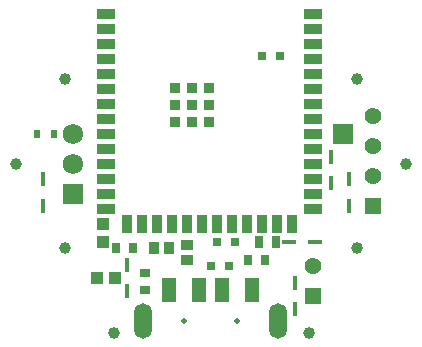
<source format=gbr>
%TF.GenerationSoftware,Altium Limited,Altium Designer,25.8.1 (18)*%
G04 Layer_Color=255*
%FSLAX45Y45*%
%MOMM*%
%TF.SameCoordinates,DBAD572D-54B9-4E5B-BD18-095DBB1A99D2*%
%TF.FilePolarity,Positive*%
%TF.FileFunction,Pads,Top*%
%TF.Part,Single*%
G01*
G75*
%TA.AperFunction,SMDPad,CuDef*%
%ADD10R,0.45720X1.16840*%
%TA.AperFunction,ConnectorPad*%
%ADD11R,1.50000X0.90000*%
%TA.AperFunction,SMDPad,CuDef*%
%ADD12R,0.80000X0.80000*%
%TA.AperFunction,BGAPad,CuDef*%
%ADD13R,0.90000X0.90000*%
%TA.AperFunction,SMDPad,CuDef*%
%ADD14R,1.16840X0.45720*%
%ADD15R,0.65000X0.90000*%
%ADD16R,0.98000X0.88000*%
%TA.AperFunction,ConnectorPad*%
%ADD17R,1.20000X2.00000*%
%TA.AperFunction,SMDPad,CuDef*%
%ADD18R,0.94000X0.73000*%
%ADD19R,0.73000X0.94000*%
%ADD20R,0.60000X0.80000*%
%TA.AperFunction,ConnectorPad*%
%ADD21R,0.90000X1.50000*%
%TA.AperFunction,SMDPad,CuDef*%
%ADD22R,1.05000X1.00000*%
G04:AMPARAMS|DCode=23|XSize=1mm|YSize=1mm|CornerRadius=0.5mm|HoleSize=0mm|Usage=FLASHONLY|Rotation=0.000|XOffset=0mm|YOffset=0mm|HoleType=Round|Shape=RoundedRectangle|*
%AMROUNDEDRECTD23*
21,1,1.00000,0.00000,0,0,0.0*
21,1,0.00000,1.00000,0,0,0.0*
1,1,1.00000,0.00000,0.00000*
1,1,1.00000,0.00000,0.00000*
1,1,1.00000,0.00000,0.00000*
1,1,1.00000,0.00000,0.00000*
%
%ADD23ROUNDEDRECTD23*%
G04:AMPARAMS|DCode=24|XSize=1mm|YSize=1mm|CornerRadius=0.5mm|HoleSize=0mm|Usage=FLASHONLY|Rotation=300.000|XOffset=0mm|YOffset=0mm|HoleType=Round|Shape=RoundedRectangle|*
%AMROUNDEDRECTD24*
21,1,1.00000,0.00000,0,0,300.0*
21,1,0.00000,1.00000,0,0,300.0*
1,1,1.00000,0.00000,0.00000*
1,1,1.00000,0.00000,0.00000*
1,1,1.00000,0.00000,0.00000*
1,1,1.00000,0.00000,0.00000*
%
%ADD24ROUNDEDRECTD24*%
%ADD25R,0.88000X0.98000*%
G04:AMPARAMS|DCode=26|XSize=1mm|YSize=1mm|CornerRadius=0.5mm|HoleSize=0mm|Usage=FLASHONLY|Rotation=240.000|XOffset=0mm|YOffset=0mm|HoleType=Round|Shape=RoundedRectangle|*
%AMROUNDEDRECTD26*
21,1,1.00000,0.00000,0,0,240.0*
21,1,0.00000,1.00000,0,0,240.0*
1,1,1.00000,0.00000,0.00000*
1,1,1.00000,0.00000,0.00000*
1,1,1.00000,0.00000,0.00000*
1,1,1.00000,0.00000,0.00000*
%
%ADD26ROUNDEDRECTD26*%
%ADD27R,1.00000X1.05000*%
%ADD28R,0.78000X0.98000*%
%TA.AperFunction,ComponentPad*%
%ADD30O,1.50000X3.00000*%
%ADD31C,1.42500*%
%ADD32R,1.42500X1.42500*%
%ADD33R,1.42500X1.42500*%
%ADD34C,0.50000*%
%ADD35R,1.72500X1.72500*%
%ADD36C,1.72500*%
%ADD37R,1.72500X1.72500*%
D10*
X711198Y-1005842D02*
D03*
Y-1229362D02*
D03*
X1015995Y60955D02*
D03*
Y-162565D02*
D03*
X-711204Y-853443D02*
D03*
Y-1076963D02*
D03*
X1168398Y-132082D02*
D03*
X-1422402D02*
D03*
Y-355602D02*
D03*
X1168398D02*
D03*
D11*
X863598Y507998D02*
D03*
Y1269998D02*
D03*
Y-381002D02*
D03*
X-886401Y1269998D02*
D03*
Y1142998D02*
D03*
Y1015998D02*
D03*
Y888998D02*
D03*
Y761998D02*
D03*
Y634998D02*
D03*
Y507998D02*
D03*
Y380998D02*
D03*
Y253998D02*
D03*
Y126998D02*
D03*
Y-2D02*
D03*
Y-127002D02*
D03*
Y-254002D02*
D03*
Y-381002D02*
D03*
X863598Y-254002D02*
D03*
Y-127002D02*
D03*
Y-2D02*
D03*
Y126998D02*
D03*
Y253998D02*
D03*
Y380998D02*
D03*
Y634998D02*
D03*
Y761998D02*
D03*
Y888998D02*
D03*
Y1015998D02*
D03*
Y1142998D02*
D03*
D12*
X432997Y914398D02*
D03*
X152398Y-863602D02*
D03*
X2396D02*
D03*
X200800Y-660402D02*
D03*
X50798D02*
D03*
X582999Y914398D02*
D03*
D13*
X-21399Y638001D02*
D03*
X-161398Y498001D02*
D03*
Y638001D02*
D03*
X-21399Y498001D02*
D03*
Y358001D02*
D03*
X-161398D02*
D03*
X-301398Y638001D02*
D03*
Y358001D02*
D03*
Y498001D02*
D03*
D14*
X660400Y-660400D02*
D03*
X883920D02*
D03*
D15*
X312195Y-812802D02*
D03*
X457198D02*
D03*
D16*
X-203202D02*
D03*
Y-686797D02*
D03*
D17*
X344402Y-1066802D02*
D03*
X-355602D02*
D03*
X-105600D02*
D03*
X94400D02*
D03*
D18*
X-558802Y-924805D02*
D03*
Y-1066802D02*
D03*
D19*
X-660402Y-711202D02*
D03*
X-802398D02*
D03*
D20*
X-1473202Y253998D02*
D03*
X-1333197D02*
D03*
D21*
X-709901Y-506000D02*
D03*
X-582901D02*
D03*
X-455901D02*
D03*
X-328901D02*
D03*
X-201901D02*
D03*
X-74901D02*
D03*
X52099D02*
D03*
X179099D02*
D03*
X306099D02*
D03*
X433099D02*
D03*
X560099D02*
D03*
X687099D02*
D03*
D22*
X-965202Y-965202D02*
D03*
X-815200D02*
D03*
D23*
X1651989Y-2D02*
D03*
X-1651992D02*
D03*
X-1239014Y-715012D02*
D03*
X1239010Y715008D02*
D03*
D24*
X826006Y-1431012D02*
D03*
X-1239014Y714008D02*
D03*
X1239010Y-716012D02*
D03*
D25*
X-481606Y-711202D02*
D03*
X-355602D02*
D03*
D26*
X-826010Y-1431012D02*
D03*
D27*
X-914402Y-508002D02*
D03*
Y-658004D02*
D03*
D28*
X406398Y-660402D02*
D03*
X546403D02*
D03*
D30*
X564401Y-1326801D02*
D03*
X-575601D02*
D03*
D31*
X1371600Y406400D02*
D03*
Y152400D02*
D03*
Y-101600D02*
D03*
X863598Y-863602D02*
D03*
D32*
X1371600Y-355600D02*
D03*
D33*
X863598Y-1117602D02*
D03*
D34*
X-230598Y-1326801D02*
D03*
X219398D02*
D03*
D35*
X-1168402Y-254002D02*
D03*
D36*
Y-2D02*
D03*
Y253998D02*
D03*
D37*
X1117600Y254000D02*
D03*
%TF.MD5,9e39d420e0b577eeff51c0bbb265e3e8*%
M02*

</source>
